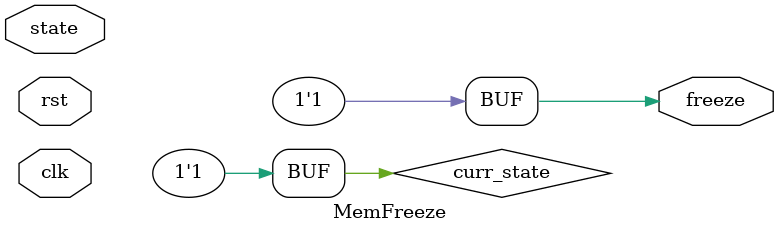
<source format=v>
/*在CPU裡面，負責管控
如果MEMORY還在傳資料 其他的模組就必須維持原狀 
*/


module MemFreeze( clk, rst, state, freeze ) ;

input clk, rst;
input [2:0] state ;

output freeze ;
reg freeze;

reg curr_state , next_state ;

parameter FREEZE = 1'b0 ;
parameter MOVE = 1'b1 ;
parameter FREE = 3'b000;
parameter STALL = 3'b111;


always@( posedge clk )
begin
	if ( rst == 1 )
		curr_state = MOVE ;
	else
		curr_state = next_state ;
end

always@( state or curr_state )
begin
	case( curr_state ) 
		MOVE :
		begin
			if( state == FREE )
				curr_state = MOVE ;
			else if( state == STALL )
				curr_state = FREEZE ;
			else 
				curr_state = MOVE ;
				
			freeze = MOVE ;
		end
		
		FREEZE :
		begin
			if( state == FREE )
				curr_state = MOVE ;
			else if( state == STALL )
				curr_state = FREEZE ;
			else 
				curr_state = FREEZE ;
				
			freeze = FREEZE ;
		end
		
		default : 
		begin 
			curr_state = MOVE ;
			freeze = MOVE ;
		end
	endcase
end

endmodule
</source>
